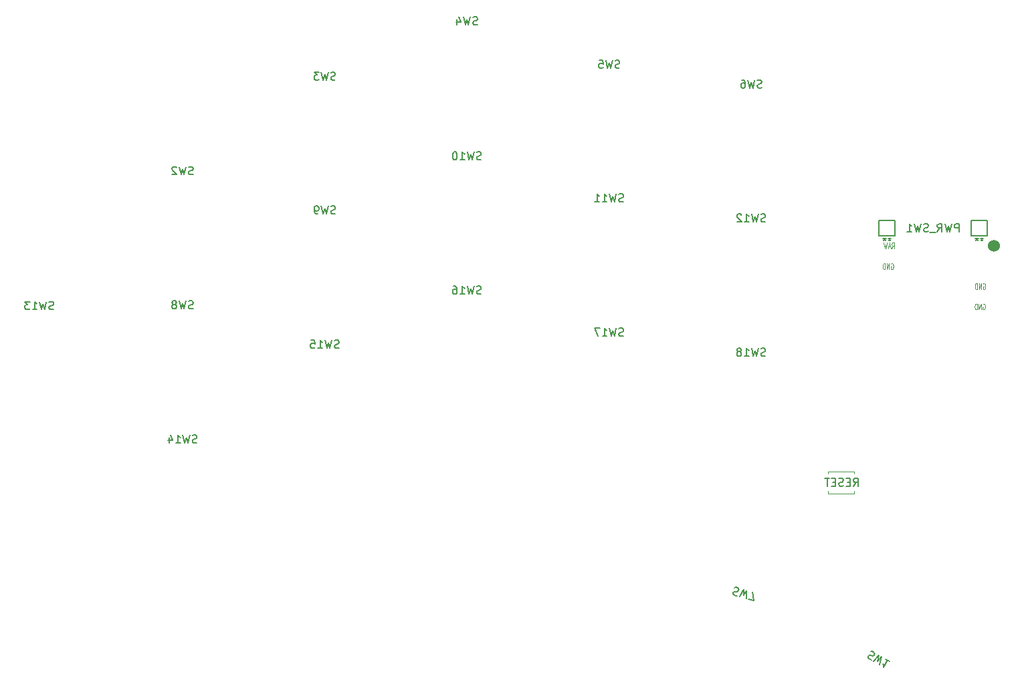
<source format=gbr>
%TF.GenerationSoftware,KiCad,Pcbnew,(6.0.2-0)*%
%TF.CreationDate,2022-03-04T16:27:52-06:00*%
%TF.ProjectId,Exkeylibur,45786b65-796c-4696-9275-722e6b696361,rev?*%
%TF.SameCoordinates,Original*%
%TF.FileFunction,Legend,Bot*%
%TF.FilePolarity,Positive*%
%FSLAX46Y46*%
G04 Gerber Fmt 4.6, Leading zero omitted, Abs format (unit mm)*
G04 Created by KiCad (PCBNEW (6.0.2-0)) date 2022-03-04 16:27:52*
%MOMM*%
%LPD*%
G01*
G04 APERTURE LIST*
%ADD10C,0.150000*%
%ADD11C,0.125000*%
%ADD12C,0.120000*%
%ADD13C,1.524000*%
G04 APERTURE END LIST*
D10*
%TO.C,SW7*%
X112933939Y-95994710D02*
X113084254Y-95985688D01*
X113314236Y-96047312D01*
X113393904Y-96117958D01*
X113427576Y-96176279D01*
X113448923Y-96280596D01*
X113424274Y-96372589D01*
X113353628Y-96452258D01*
X113295306Y-96485929D01*
X113190989Y-96507276D01*
X112994678Y-96503974D01*
X112890361Y-96525321D01*
X112832039Y-96558993D01*
X112761393Y-96638661D01*
X112736744Y-96730654D01*
X112758091Y-96834972D01*
X112791763Y-96893293D01*
X112871431Y-96963939D01*
X113101413Y-97025562D01*
X113251727Y-97016540D01*
X113561378Y-97148809D02*
X114050179Y-96244507D01*
X114049295Y-96983753D01*
X114418151Y-96343105D01*
X114389314Y-97370654D01*
X114665293Y-97444603D02*
X115309244Y-97617149D01*
X115154095Y-96540300D01*
D11*
%TO.C,U1*%
X132822773Y-53018497D02*
X132989439Y-52661354D01*
X133108487Y-53018497D02*
X133108487Y-52268497D01*
X132918011Y-52268497D01*
X132870392Y-52304212D01*
X132846582Y-52339926D01*
X132822773Y-52411354D01*
X132822773Y-52518497D01*
X132846582Y-52589926D01*
X132870392Y-52625640D01*
X132918011Y-52661354D01*
X133108487Y-52661354D01*
X132632296Y-52804212D02*
X132394201Y-52804212D01*
X132679915Y-53018497D02*
X132513249Y-52268497D01*
X132346582Y-53018497D01*
X132227535Y-52268497D02*
X132108487Y-53018497D01*
X132013249Y-52482783D01*
X131918011Y-53018497D01*
X131798963Y-52268497D01*
X132728487Y-54944212D02*
X132776106Y-54908497D01*
X132847535Y-54908497D01*
X132918963Y-54944212D01*
X132966582Y-55015640D01*
X132990392Y-55087069D01*
X133014201Y-55229926D01*
X133014201Y-55337069D01*
X132990392Y-55479926D01*
X132966582Y-55551354D01*
X132918963Y-55622783D01*
X132847535Y-55658497D01*
X132799915Y-55658497D01*
X132728487Y-55622783D01*
X132704677Y-55587069D01*
X132704677Y-55337069D01*
X132799915Y-55337069D01*
X132490392Y-55658497D02*
X132490392Y-54908497D01*
X132204677Y-55658497D01*
X132204677Y-54908497D01*
X131966582Y-55658497D02*
X131966582Y-54908497D01*
X131847535Y-54908497D01*
X131776106Y-54944212D01*
X131728487Y-55015640D01*
X131704677Y-55087069D01*
X131680868Y-55229926D01*
X131680868Y-55337069D01*
X131704677Y-55479926D01*
X131728487Y-55551354D01*
X131776106Y-55622783D01*
X131847535Y-55658497D01*
X131966582Y-55658497D01*
D10*
D11*
X144378487Y-57474212D02*
X144426106Y-57438497D01*
X144497535Y-57438497D01*
X144568963Y-57474212D01*
X144616582Y-57545640D01*
X144640392Y-57617069D01*
X144664201Y-57759926D01*
X144664201Y-57867069D01*
X144640392Y-58009926D01*
X144616582Y-58081354D01*
X144568963Y-58152783D01*
X144497535Y-58188497D01*
X144449915Y-58188497D01*
X144378487Y-58152783D01*
X144354677Y-58117069D01*
X144354677Y-57867069D01*
X144449915Y-57867069D01*
X144140392Y-58188497D02*
X144140392Y-57438497D01*
X143854677Y-58188497D01*
X143854677Y-57438497D01*
X143616582Y-58188497D02*
X143616582Y-57438497D01*
X143497535Y-57438497D01*
X143426106Y-57474212D01*
X143378487Y-57545640D01*
X143354677Y-57617069D01*
X143330868Y-57759926D01*
X143330868Y-57867069D01*
X143354677Y-58009926D01*
X143378487Y-58081354D01*
X143426106Y-58152783D01*
X143497535Y-58188497D01*
X143616582Y-58188497D01*
X144358487Y-60054212D02*
X144406106Y-60018497D01*
X144477535Y-60018497D01*
X144548963Y-60054212D01*
X144596582Y-60125640D01*
X144620392Y-60197069D01*
X144644201Y-60339926D01*
X144644201Y-60447069D01*
X144620392Y-60589926D01*
X144596582Y-60661354D01*
X144548963Y-60732783D01*
X144477535Y-60768497D01*
X144429915Y-60768497D01*
X144358487Y-60732783D01*
X144334677Y-60697069D01*
X144334677Y-60447069D01*
X144429915Y-60447069D01*
X144120392Y-60768497D02*
X144120392Y-60018497D01*
X143834677Y-60768497D01*
X143834677Y-60018497D01*
X143596582Y-60768497D02*
X143596582Y-60018497D01*
X143477535Y-60018497D01*
X143406106Y-60054212D01*
X143358487Y-60125640D01*
X143334677Y-60197069D01*
X143310868Y-60339926D01*
X143310868Y-60447069D01*
X143334677Y-60589926D01*
X143358487Y-60661354D01*
X143406106Y-60732783D01*
X143477535Y-60768497D01*
X143596582Y-60768497D01*
D10*
%TO.C,SW16*%
X80845058Y-58755973D02*
X80702201Y-58803592D01*
X80464106Y-58803592D01*
X80368868Y-58755973D01*
X80321249Y-58708354D01*
X80273630Y-58613116D01*
X80273630Y-58517878D01*
X80321249Y-58422640D01*
X80368868Y-58375021D01*
X80464106Y-58327402D01*
X80654582Y-58279783D01*
X80749820Y-58232164D01*
X80797439Y-58184545D01*
X80845058Y-58089307D01*
X80845058Y-57994069D01*
X80797439Y-57898831D01*
X80749820Y-57851212D01*
X80654582Y-57803592D01*
X80416487Y-57803592D01*
X80273630Y-57851212D01*
X79940296Y-57803592D02*
X79702201Y-58803592D01*
X79511725Y-58089307D01*
X79321249Y-58803592D01*
X79083154Y-57803592D01*
X78178392Y-58803592D02*
X78749820Y-58803592D01*
X78464106Y-58803592D02*
X78464106Y-57803592D01*
X78559344Y-57946450D01*
X78654582Y-58041688D01*
X78749820Y-58089307D01*
X77321249Y-57803592D02*
X77511725Y-57803592D01*
X77606963Y-57851212D01*
X77654582Y-57898831D01*
X77749820Y-58041688D01*
X77797439Y-58232164D01*
X77797439Y-58613116D01*
X77749820Y-58708354D01*
X77702201Y-58755973D01*
X77606963Y-58803592D01*
X77416487Y-58803592D01*
X77321249Y-58755973D01*
X77273630Y-58708354D01*
X77226011Y-58613116D01*
X77226011Y-58375021D01*
X77273630Y-58279783D01*
X77321249Y-58232164D01*
X77416487Y-58184545D01*
X77606963Y-58184545D01*
X77702201Y-58232164D01*
X77749820Y-58279783D01*
X77797439Y-58375021D01*
%TO.C,SW1*%
X130200386Y-104072171D02*
X130347913Y-104102360D01*
X130554110Y-104221408D01*
X130612779Y-104310266D01*
X130630209Y-104375315D01*
X130623829Y-104481603D01*
X130576210Y-104564082D01*
X130487352Y-104622751D01*
X130422303Y-104640180D01*
X130316015Y-104633801D01*
X130127248Y-104579802D01*
X130020960Y-104573422D01*
X129955911Y-104590852D01*
X129867053Y-104649521D01*
X129819434Y-104732000D01*
X129813054Y-104838288D01*
X129830484Y-104903337D01*
X129889153Y-104992195D01*
X130095349Y-105111243D01*
X130242877Y-105141432D01*
X130507742Y-105349338D02*
X131213939Y-104602360D01*
X131021753Y-105316188D01*
X131543853Y-104792836D01*
X131250050Y-105777909D01*
X132533597Y-105364265D02*
X132038725Y-105078550D01*
X132286161Y-105221408D02*
X131786161Y-106087433D01*
X131775111Y-105916096D01*
X131740251Y-105785998D01*
X131681582Y-105697140D01*
%TO.C,SW15*%
X62845058Y-65613973D02*
X62702201Y-65661592D01*
X62464106Y-65661592D01*
X62368868Y-65613973D01*
X62321249Y-65566354D01*
X62273630Y-65471116D01*
X62273630Y-65375878D01*
X62321249Y-65280640D01*
X62368868Y-65233021D01*
X62464106Y-65185402D01*
X62654582Y-65137783D01*
X62749820Y-65090164D01*
X62797439Y-65042545D01*
X62845058Y-64947307D01*
X62845058Y-64852069D01*
X62797439Y-64756831D01*
X62749820Y-64709212D01*
X62654582Y-64661592D01*
X62416487Y-64661592D01*
X62273630Y-64709212D01*
X61940296Y-64661592D02*
X61702201Y-65661592D01*
X61511725Y-64947307D01*
X61321249Y-65661592D01*
X61083154Y-64661592D01*
X60178392Y-65661592D02*
X60749820Y-65661592D01*
X60464106Y-65661592D02*
X60464106Y-64661592D01*
X60559344Y-64804450D01*
X60654582Y-64899688D01*
X60749820Y-64947307D01*
X59273630Y-64661592D02*
X59749820Y-64661592D01*
X59797439Y-65137783D01*
X59749820Y-65090164D01*
X59654582Y-65042545D01*
X59416487Y-65042545D01*
X59321249Y-65090164D01*
X59273630Y-65137783D01*
X59226011Y-65233021D01*
X59226011Y-65471116D01*
X59273630Y-65566354D01*
X59321249Y-65613973D01*
X59416487Y-65661592D01*
X59654582Y-65661592D01*
X59749820Y-65613973D01*
X59797439Y-65566354D01*
%TO.C,SW13*%
X26709948Y-60721186D02*
X26567091Y-60768805D01*
X26328996Y-60768805D01*
X26233758Y-60721186D01*
X26186139Y-60673567D01*
X26138520Y-60578329D01*
X26138520Y-60483091D01*
X26186139Y-60387853D01*
X26233758Y-60340234D01*
X26328996Y-60292615D01*
X26519472Y-60244996D01*
X26614710Y-60197377D01*
X26662329Y-60149758D01*
X26709948Y-60054520D01*
X26709948Y-59959282D01*
X26662329Y-59864044D01*
X26614710Y-59816425D01*
X26519472Y-59768805D01*
X26281377Y-59768805D01*
X26138520Y-59816425D01*
X25805186Y-59768805D02*
X25567091Y-60768805D01*
X25376615Y-60054520D01*
X25186139Y-60768805D01*
X24948044Y-59768805D01*
X24043282Y-60768805D02*
X24614710Y-60768805D01*
X24328996Y-60768805D02*
X24328996Y-59768805D01*
X24424234Y-59911663D01*
X24519472Y-60006901D01*
X24614710Y-60054520D01*
X23709948Y-59768805D02*
X23090901Y-59768805D01*
X23424234Y-60149758D01*
X23281377Y-60149758D01*
X23186139Y-60197377D01*
X23138520Y-60244996D01*
X23090901Y-60340234D01*
X23090901Y-60578329D01*
X23138520Y-60673567D01*
X23186139Y-60721186D01*
X23281377Y-60768805D01*
X23567091Y-60768805D01*
X23662329Y-60721186D01*
X23709948Y-60673567D01*
%TO.C,SW17*%
X98845058Y-64089973D02*
X98702201Y-64137592D01*
X98464106Y-64137592D01*
X98368868Y-64089973D01*
X98321249Y-64042354D01*
X98273630Y-63947116D01*
X98273630Y-63851878D01*
X98321249Y-63756640D01*
X98368868Y-63709021D01*
X98464106Y-63661402D01*
X98654582Y-63613783D01*
X98749820Y-63566164D01*
X98797439Y-63518545D01*
X98845058Y-63423307D01*
X98845058Y-63328069D01*
X98797439Y-63232831D01*
X98749820Y-63185212D01*
X98654582Y-63137592D01*
X98416487Y-63137592D01*
X98273630Y-63185212D01*
X97940296Y-63137592D02*
X97702201Y-64137592D01*
X97511725Y-63423307D01*
X97321249Y-64137592D01*
X97083154Y-63137592D01*
X96178392Y-64137592D02*
X96749820Y-64137592D01*
X96464106Y-64137592D02*
X96464106Y-63137592D01*
X96559344Y-63280450D01*
X96654582Y-63375688D01*
X96749820Y-63423307D01*
X95845058Y-63137592D02*
X95178392Y-63137592D01*
X95606963Y-64137592D01*
%TO.C,SW18*%
X116825058Y-66629973D02*
X116682201Y-66677592D01*
X116444106Y-66677592D01*
X116348868Y-66629973D01*
X116301249Y-66582354D01*
X116253630Y-66487116D01*
X116253630Y-66391878D01*
X116301249Y-66296640D01*
X116348868Y-66249021D01*
X116444106Y-66201402D01*
X116634582Y-66153783D01*
X116729820Y-66106164D01*
X116777439Y-66058545D01*
X116825058Y-65963307D01*
X116825058Y-65868069D01*
X116777439Y-65772831D01*
X116729820Y-65725212D01*
X116634582Y-65677592D01*
X116396487Y-65677592D01*
X116253630Y-65725212D01*
X115920296Y-65677592D02*
X115682201Y-66677592D01*
X115491725Y-65963307D01*
X115301249Y-66677592D01*
X115063154Y-65677592D01*
X114158392Y-66677592D02*
X114729820Y-66677592D01*
X114444106Y-66677592D02*
X114444106Y-65677592D01*
X114539344Y-65820450D01*
X114634582Y-65915688D01*
X114729820Y-65963307D01*
X113586963Y-66106164D02*
X113682201Y-66058545D01*
X113729820Y-66010926D01*
X113777439Y-65915688D01*
X113777439Y-65868069D01*
X113729820Y-65772831D01*
X113682201Y-65725212D01*
X113586963Y-65677592D01*
X113396487Y-65677592D01*
X113301249Y-65725212D01*
X113253630Y-65772831D01*
X113206011Y-65868069D01*
X113206011Y-65915688D01*
X113253630Y-66010926D01*
X113301249Y-66058545D01*
X113396487Y-66106164D01*
X113586963Y-66106164D01*
X113682201Y-66153783D01*
X113729820Y-66201402D01*
X113777439Y-66296640D01*
X113777439Y-66487116D01*
X113729820Y-66582354D01*
X113682201Y-66629973D01*
X113586963Y-66677592D01*
X113396487Y-66677592D01*
X113301249Y-66629973D01*
X113253630Y-66582354D01*
X113206011Y-66487116D01*
X113206011Y-66296640D01*
X113253630Y-66201402D01*
X113301249Y-66153783D01*
X113396487Y-66106164D01*
%TO.C,SW4*%
X80368868Y-24621973D02*
X80226011Y-24669592D01*
X79987915Y-24669592D01*
X79892677Y-24621973D01*
X79845058Y-24574354D01*
X79797439Y-24479116D01*
X79797439Y-24383878D01*
X79845058Y-24288640D01*
X79892677Y-24241021D01*
X79987915Y-24193402D01*
X80178392Y-24145783D01*
X80273630Y-24098164D01*
X80321249Y-24050545D01*
X80368868Y-23955307D01*
X80368868Y-23860069D01*
X80321249Y-23764831D01*
X80273630Y-23717212D01*
X80178392Y-23669592D01*
X79940296Y-23669592D01*
X79797439Y-23717212D01*
X79464106Y-23669592D02*
X79226011Y-24669592D01*
X79035535Y-23955307D01*
X78845058Y-24669592D01*
X78606963Y-23669592D01*
X77797439Y-24002926D02*
X77797439Y-24669592D01*
X78035535Y-23621973D02*
X78273630Y-24336259D01*
X77654582Y-24336259D01*
%TO.C,SW3*%
X62368868Y-31621973D02*
X62226011Y-31669592D01*
X61987915Y-31669592D01*
X61892677Y-31621973D01*
X61845058Y-31574354D01*
X61797439Y-31479116D01*
X61797439Y-31383878D01*
X61845058Y-31288640D01*
X61892677Y-31241021D01*
X61987915Y-31193402D01*
X62178392Y-31145783D01*
X62273630Y-31098164D01*
X62321249Y-31050545D01*
X62368868Y-30955307D01*
X62368868Y-30860069D01*
X62321249Y-30764831D01*
X62273630Y-30717212D01*
X62178392Y-30669592D01*
X61940296Y-30669592D01*
X61797439Y-30717212D01*
X61464106Y-30669592D02*
X61226011Y-31669592D01*
X61035535Y-30955307D01*
X60845058Y-31669592D01*
X60606963Y-30669592D01*
X60321249Y-30669592D02*
X59702201Y-30669592D01*
X60035535Y-31050545D01*
X59892677Y-31050545D01*
X59797439Y-31098164D01*
X59749820Y-31145783D01*
X59702201Y-31241021D01*
X59702201Y-31479116D01*
X59749820Y-31574354D01*
X59797439Y-31621973D01*
X59892677Y-31669592D01*
X60178392Y-31669592D01*
X60273630Y-31621973D01*
X60321249Y-31574354D01*
%TO.C,SW9*%
X62368868Y-48595973D02*
X62226011Y-48643592D01*
X61987915Y-48643592D01*
X61892677Y-48595973D01*
X61845058Y-48548354D01*
X61797439Y-48453116D01*
X61797439Y-48357878D01*
X61845058Y-48262640D01*
X61892677Y-48215021D01*
X61987915Y-48167402D01*
X62178392Y-48119783D01*
X62273630Y-48072164D01*
X62321249Y-48024545D01*
X62368868Y-47929307D01*
X62368868Y-47834069D01*
X62321249Y-47738831D01*
X62273630Y-47691212D01*
X62178392Y-47643592D01*
X61940296Y-47643592D01*
X61797439Y-47691212D01*
X61464106Y-47643592D02*
X61226011Y-48643592D01*
X61035535Y-47929307D01*
X60845058Y-48643592D01*
X60606963Y-47643592D01*
X60178392Y-48643592D02*
X59987915Y-48643592D01*
X59892677Y-48595973D01*
X59845058Y-48548354D01*
X59749820Y-48405497D01*
X59702201Y-48215021D01*
X59702201Y-47834069D01*
X59749820Y-47738831D01*
X59797439Y-47691212D01*
X59892677Y-47643592D01*
X60083154Y-47643592D01*
X60178392Y-47691212D01*
X60226011Y-47738831D01*
X60273630Y-47834069D01*
X60273630Y-48072164D01*
X60226011Y-48167402D01*
X60178392Y-48215021D01*
X60083154Y-48262640D01*
X59892677Y-48262640D01*
X59797439Y-48215021D01*
X59749820Y-48167402D01*
X59702201Y-48072164D01*
%TO.C,SW14*%
X44845058Y-77621973D02*
X44702201Y-77669592D01*
X44464106Y-77669592D01*
X44368868Y-77621973D01*
X44321249Y-77574354D01*
X44273630Y-77479116D01*
X44273630Y-77383878D01*
X44321249Y-77288640D01*
X44368868Y-77241021D01*
X44464106Y-77193402D01*
X44654582Y-77145783D01*
X44749820Y-77098164D01*
X44797439Y-77050545D01*
X44845058Y-76955307D01*
X44845058Y-76860069D01*
X44797439Y-76764831D01*
X44749820Y-76717212D01*
X44654582Y-76669592D01*
X44416487Y-76669592D01*
X44273630Y-76717212D01*
X43940296Y-76669592D02*
X43702201Y-77669592D01*
X43511725Y-76955307D01*
X43321249Y-77669592D01*
X43083154Y-76669592D01*
X42178392Y-77669592D02*
X42749820Y-77669592D01*
X42464106Y-77669592D02*
X42464106Y-76669592D01*
X42559344Y-76812450D01*
X42654582Y-76907688D01*
X42749820Y-76955307D01*
X41321249Y-77002926D02*
X41321249Y-77669592D01*
X41559344Y-76621973D02*
X41797439Y-77336259D01*
X41178392Y-77336259D01*
%TO.C,SW12*%
X116825058Y-49611973D02*
X116682201Y-49659592D01*
X116444106Y-49659592D01*
X116348868Y-49611973D01*
X116301249Y-49564354D01*
X116253630Y-49469116D01*
X116253630Y-49373878D01*
X116301249Y-49278640D01*
X116348868Y-49231021D01*
X116444106Y-49183402D01*
X116634582Y-49135783D01*
X116729820Y-49088164D01*
X116777439Y-49040545D01*
X116825058Y-48945307D01*
X116825058Y-48850069D01*
X116777439Y-48754831D01*
X116729820Y-48707212D01*
X116634582Y-48659592D01*
X116396487Y-48659592D01*
X116253630Y-48707212D01*
X115920296Y-48659592D02*
X115682201Y-49659592D01*
X115491725Y-48945307D01*
X115301249Y-49659592D01*
X115063154Y-48659592D01*
X114158392Y-49659592D02*
X114729820Y-49659592D01*
X114444106Y-49659592D02*
X114444106Y-48659592D01*
X114539344Y-48802450D01*
X114634582Y-48897688D01*
X114729820Y-48945307D01*
X113777439Y-48754831D02*
X113729820Y-48707212D01*
X113634582Y-48659592D01*
X113396487Y-48659592D01*
X113301249Y-48707212D01*
X113253630Y-48754831D01*
X113206011Y-48850069D01*
X113206011Y-48945307D01*
X113253630Y-49088164D01*
X113825058Y-49659592D01*
X113206011Y-49659592D01*
%TO.C,SW11*%
X98845058Y-47071973D02*
X98702201Y-47119592D01*
X98464106Y-47119592D01*
X98368868Y-47071973D01*
X98321249Y-47024354D01*
X98273630Y-46929116D01*
X98273630Y-46833878D01*
X98321249Y-46738640D01*
X98368868Y-46691021D01*
X98464106Y-46643402D01*
X98654582Y-46595783D01*
X98749820Y-46548164D01*
X98797439Y-46500545D01*
X98845058Y-46405307D01*
X98845058Y-46310069D01*
X98797439Y-46214831D01*
X98749820Y-46167212D01*
X98654582Y-46119592D01*
X98416487Y-46119592D01*
X98273630Y-46167212D01*
X97940296Y-46119592D02*
X97702201Y-47119592D01*
X97511725Y-46405307D01*
X97321249Y-47119592D01*
X97083154Y-46119592D01*
X96178392Y-47119592D02*
X96749820Y-47119592D01*
X96464106Y-47119592D02*
X96464106Y-46119592D01*
X96559344Y-46262450D01*
X96654582Y-46357688D01*
X96749820Y-46405307D01*
X95226011Y-47119592D02*
X95797439Y-47119592D01*
X95511725Y-47119592D02*
X95511725Y-46119592D01*
X95606963Y-46262450D01*
X95702201Y-46357688D01*
X95797439Y-46405307D01*
%TO.C,SW8*%
X44368868Y-60621973D02*
X44226011Y-60669592D01*
X43987915Y-60669592D01*
X43892677Y-60621973D01*
X43845058Y-60574354D01*
X43797439Y-60479116D01*
X43797439Y-60383878D01*
X43845058Y-60288640D01*
X43892677Y-60241021D01*
X43987915Y-60193402D01*
X44178392Y-60145783D01*
X44273630Y-60098164D01*
X44321249Y-60050545D01*
X44368868Y-59955307D01*
X44368868Y-59860069D01*
X44321249Y-59764831D01*
X44273630Y-59717212D01*
X44178392Y-59669592D01*
X43940296Y-59669592D01*
X43797439Y-59717212D01*
X43464106Y-59669592D02*
X43226011Y-60669592D01*
X43035535Y-59955307D01*
X42845058Y-60669592D01*
X42606963Y-59669592D01*
X42083154Y-60098164D02*
X42178392Y-60050545D01*
X42226011Y-60002926D01*
X42273630Y-59907688D01*
X42273630Y-59860069D01*
X42226011Y-59764831D01*
X42178392Y-59717212D01*
X42083154Y-59669592D01*
X41892677Y-59669592D01*
X41797439Y-59717212D01*
X41749820Y-59764831D01*
X41702201Y-59860069D01*
X41702201Y-59907688D01*
X41749820Y-60002926D01*
X41797439Y-60050545D01*
X41892677Y-60098164D01*
X42083154Y-60098164D01*
X42178392Y-60145783D01*
X42226011Y-60193402D01*
X42273630Y-60288640D01*
X42273630Y-60479116D01*
X42226011Y-60574354D01*
X42178392Y-60621973D01*
X42083154Y-60669592D01*
X41892677Y-60669592D01*
X41797439Y-60621973D01*
X41749820Y-60574354D01*
X41702201Y-60479116D01*
X41702201Y-60288640D01*
X41749820Y-60193402D01*
X41797439Y-60145783D01*
X41892677Y-60098164D01*
%TO.C,SW6*%
X116368868Y-32621973D02*
X116226011Y-32669592D01*
X115987915Y-32669592D01*
X115892677Y-32621973D01*
X115845058Y-32574354D01*
X115797439Y-32479116D01*
X115797439Y-32383878D01*
X115845058Y-32288640D01*
X115892677Y-32241021D01*
X115987915Y-32193402D01*
X116178392Y-32145783D01*
X116273630Y-32098164D01*
X116321249Y-32050545D01*
X116368868Y-31955307D01*
X116368868Y-31860069D01*
X116321249Y-31764831D01*
X116273630Y-31717212D01*
X116178392Y-31669592D01*
X115940296Y-31669592D01*
X115797439Y-31717212D01*
X115464106Y-31669592D02*
X115226011Y-32669592D01*
X115035535Y-31955307D01*
X114845058Y-32669592D01*
X114606963Y-31669592D01*
X113797439Y-31669592D02*
X113987915Y-31669592D01*
X114083154Y-31717212D01*
X114130773Y-31764831D01*
X114226011Y-31907688D01*
X114273630Y-32098164D01*
X114273630Y-32479116D01*
X114226011Y-32574354D01*
X114178392Y-32621973D01*
X114083154Y-32669592D01*
X113892677Y-32669592D01*
X113797439Y-32621973D01*
X113749820Y-32574354D01*
X113702201Y-32479116D01*
X113702201Y-32241021D01*
X113749820Y-32145783D01*
X113797439Y-32098164D01*
X113892677Y-32050545D01*
X114083154Y-32050545D01*
X114178392Y-32098164D01*
X114226011Y-32145783D01*
X114273630Y-32241021D01*
%TO.C,SW5*%
X98368868Y-30121973D02*
X98226011Y-30169592D01*
X97987915Y-30169592D01*
X97892677Y-30121973D01*
X97845058Y-30074354D01*
X97797439Y-29979116D01*
X97797439Y-29883878D01*
X97845058Y-29788640D01*
X97892677Y-29741021D01*
X97987915Y-29693402D01*
X98178392Y-29645783D01*
X98273630Y-29598164D01*
X98321249Y-29550545D01*
X98368868Y-29455307D01*
X98368868Y-29360069D01*
X98321249Y-29264831D01*
X98273630Y-29217212D01*
X98178392Y-29169592D01*
X97940296Y-29169592D01*
X97797439Y-29217212D01*
X97464106Y-29169592D02*
X97226011Y-30169592D01*
X97035535Y-29455307D01*
X96845058Y-30169592D01*
X96606963Y-29169592D01*
X95749820Y-29169592D02*
X96226011Y-29169592D01*
X96273630Y-29645783D01*
X96226011Y-29598164D01*
X96130773Y-29550545D01*
X95892677Y-29550545D01*
X95797439Y-29598164D01*
X95749820Y-29645783D01*
X95702201Y-29741021D01*
X95702201Y-29979116D01*
X95749820Y-30074354D01*
X95797439Y-30121973D01*
X95892677Y-30169592D01*
X96130773Y-30169592D01*
X96226011Y-30121973D01*
X96273630Y-30074354D01*
%TO.C,SW2*%
X44368868Y-43621973D02*
X44226011Y-43669592D01*
X43987915Y-43669592D01*
X43892677Y-43621973D01*
X43845058Y-43574354D01*
X43797439Y-43479116D01*
X43797439Y-43383878D01*
X43845058Y-43288640D01*
X43892677Y-43241021D01*
X43987915Y-43193402D01*
X44178392Y-43145783D01*
X44273630Y-43098164D01*
X44321249Y-43050545D01*
X44368868Y-42955307D01*
X44368868Y-42860069D01*
X44321249Y-42764831D01*
X44273630Y-42717212D01*
X44178392Y-42669592D01*
X43940296Y-42669592D01*
X43797439Y-42717212D01*
X43464106Y-42669592D02*
X43226011Y-43669592D01*
X43035535Y-42955307D01*
X42845058Y-43669592D01*
X42606963Y-42669592D01*
X42273630Y-42764831D02*
X42226011Y-42717212D01*
X42130773Y-42669592D01*
X41892677Y-42669592D01*
X41797439Y-42717212D01*
X41749820Y-42764831D01*
X41702201Y-42860069D01*
X41702201Y-42955307D01*
X41749820Y-43098164D01*
X42321249Y-43669592D01*
X41702201Y-43669592D01*
%TO.C,RSW1*%
X127958915Y-83145592D02*
X128292249Y-82669402D01*
X128530344Y-83145592D02*
X128530344Y-82145592D01*
X128149392Y-82145592D01*
X128054154Y-82193212D01*
X128006535Y-82240831D01*
X127958915Y-82336069D01*
X127958915Y-82478926D01*
X128006535Y-82574164D01*
X128054154Y-82621783D01*
X128149392Y-82669402D01*
X128530344Y-82669402D01*
X127530344Y-82621783D02*
X127197011Y-82621783D01*
X127054154Y-83145592D02*
X127530344Y-83145592D01*
X127530344Y-82145592D01*
X127054154Y-82145592D01*
X126673201Y-83097973D02*
X126530344Y-83145592D01*
X126292249Y-83145592D01*
X126197011Y-83097973D01*
X126149392Y-83050354D01*
X126101773Y-82955116D01*
X126101773Y-82859878D01*
X126149392Y-82764640D01*
X126197011Y-82717021D01*
X126292249Y-82669402D01*
X126482725Y-82621783D01*
X126577963Y-82574164D01*
X126625582Y-82526545D01*
X126673201Y-82431307D01*
X126673201Y-82336069D01*
X126625582Y-82240831D01*
X126577963Y-82193212D01*
X126482725Y-82145592D01*
X126244630Y-82145592D01*
X126101773Y-82193212D01*
X125673201Y-82621783D02*
X125339868Y-82621783D01*
X125197011Y-83145592D02*
X125673201Y-83145592D01*
X125673201Y-82145592D01*
X125197011Y-82145592D01*
X124911296Y-82145592D02*
X124339868Y-82145592D01*
X124625582Y-83145592D02*
X124625582Y-82145592D01*
%TO.C,SW10*%
X80845058Y-41737973D02*
X80702201Y-41785592D01*
X80464106Y-41785592D01*
X80368868Y-41737973D01*
X80321249Y-41690354D01*
X80273630Y-41595116D01*
X80273630Y-41499878D01*
X80321249Y-41404640D01*
X80368868Y-41357021D01*
X80464106Y-41309402D01*
X80654582Y-41261783D01*
X80749820Y-41214164D01*
X80797439Y-41166545D01*
X80845058Y-41071307D01*
X80845058Y-40976069D01*
X80797439Y-40880831D01*
X80749820Y-40833212D01*
X80654582Y-40785592D01*
X80416487Y-40785592D01*
X80273630Y-40833212D01*
X79940296Y-40785592D02*
X79702201Y-41785592D01*
X79511725Y-41071307D01*
X79321249Y-41785592D01*
X79083154Y-40785592D01*
X78178392Y-41785592D02*
X78749820Y-41785592D01*
X78464106Y-41785592D02*
X78464106Y-40785592D01*
X78559344Y-40928450D01*
X78654582Y-41023688D01*
X78749820Y-41071307D01*
X77559344Y-40785592D02*
X77464106Y-40785592D01*
X77368868Y-40833212D01*
X77321249Y-40880831D01*
X77273630Y-40976069D01*
X77226011Y-41166545D01*
X77226011Y-41404640D01*
X77273630Y-41595116D01*
X77321249Y-41690354D01*
X77368868Y-41737973D01*
X77464106Y-41785592D01*
X77559344Y-41785592D01*
X77654582Y-41737973D01*
X77702201Y-41690354D01*
X77749820Y-41595116D01*
X77797439Y-41404640D01*
X77797439Y-41166545D01*
X77749820Y-40976069D01*
X77702201Y-40880831D01*
X77654582Y-40833212D01*
X77559344Y-40785592D01*
%TO.C,BT_V1*%
X144215173Y-51641107D02*
X144215173Y-51834631D01*
X144408696Y-51757221D02*
X144215173Y-51834631D01*
X144021649Y-51757221D01*
X144331287Y-51989450D02*
X144215173Y-51834631D01*
X144099058Y-51989450D01*
X143595896Y-51641107D02*
X143595896Y-51834631D01*
X143789420Y-51757221D02*
X143595896Y-51834631D01*
X143402373Y-51757221D01*
X143712011Y-51989450D02*
X143595896Y-51834631D01*
X143479782Y-51989450D01*
%TO.C,BT_GND1*%
X132531173Y-51641107D02*
X132531173Y-51834631D01*
X132724696Y-51757221D02*
X132531173Y-51834631D01*
X132337649Y-51757221D01*
X132647287Y-51989450D02*
X132531173Y-51834631D01*
X132415058Y-51989450D01*
X131911896Y-51641107D02*
X131911896Y-51834631D01*
X132105420Y-51757221D02*
X131911896Y-51834631D01*
X131718373Y-51757221D01*
X132028011Y-51989450D02*
X131911896Y-51834631D01*
X131795782Y-51989450D01*
%TO.C,PWR_SW1*%
X141301630Y-50903592D02*
X141301630Y-49903592D01*
X140920677Y-49903592D01*
X140825439Y-49951212D01*
X140777820Y-49998831D01*
X140730201Y-50094069D01*
X140730201Y-50236926D01*
X140777820Y-50332164D01*
X140825439Y-50379783D01*
X140920677Y-50427402D01*
X141301630Y-50427402D01*
X140396868Y-49903592D02*
X140158773Y-50903592D01*
X139968296Y-50189307D01*
X139777820Y-50903592D01*
X139539725Y-49903592D01*
X138587344Y-50903592D02*
X138920677Y-50427402D01*
X139158773Y-50903592D02*
X139158773Y-49903592D01*
X138777820Y-49903592D01*
X138682582Y-49951212D01*
X138634963Y-49998831D01*
X138587344Y-50094069D01*
X138587344Y-50236926D01*
X138634963Y-50332164D01*
X138682582Y-50379783D01*
X138777820Y-50427402D01*
X139158773Y-50427402D01*
X138396868Y-50998831D02*
X137634963Y-50998831D01*
X137444487Y-50855973D02*
X137301630Y-50903592D01*
X137063535Y-50903592D01*
X136968296Y-50855973D01*
X136920677Y-50808354D01*
X136873058Y-50713116D01*
X136873058Y-50617878D01*
X136920677Y-50522640D01*
X136968296Y-50475021D01*
X137063535Y-50427402D01*
X137254011Y-50379783D01*
X137349249Y-50332164D01*
X137396868Y-50284545D01*
X137444487Y-50189307D01*
X137444487Y-50094069D01*
X137396868Y-49998831D01*
X137349249Y-49951212D01*
X137254011Y-49903592D01*
X137015915Y-49903592D01*
X136873058Y-49951212D01*
X136539725Y-49903592D02*
X136301630Y-50903592D01*
X136111154Y-50189307D01*
X135920677Y-50903592D01*
X135682582Y-49903592D01*
X134777820Y-50903592D02*
X135349249Y-50903592D01*
X135063535Y-50903592D02*
X135063535Y-49903592D01*
X135158773Y-50046450D01*
X135254011Y-50141688D01*
X135349249Y-50189307D01*
%TO.C,BT_V1*%
X144905535Y-51435212D02*
X142905535Y-51435212D01*
X144905535Y-49435212D02*
X144905535Y-51435212D01*
X142905535Y-49435212D02*
X144905535Y-49435212D01*
X142905535Y-51435212D02*
X142905535Y-49435212D01*
%TO.C,BT_GND1*%
X133221535Y-51435212D02*
X131221535Y-51435212D01*
X131221535Y-49435212D02*
X133221535Y-49435212D01*
X133221535Y-49435212D02*
X133221535Y-51435212D01*
X131221535Y-51435212D02*
X131221535Y-49435212D01*
D12*
%TO.C,RSW1*%
X124736802Y-81291637D02*
X128036802Y-81291637D01*
X128036802Y-84091637D02*
X128036802Y-83791637D01*
X128036802Y-81291637D02*
X128036802Y-81591637D01*
X124736802Y-83791637D02*
X124736802Y-84091637D01*
X124736802Y-81591637D02*
X124736802Y-81291637D01*
X124736802Y-84091637D02*
X128036802Y-84091637D01*
%TD*%
D13*
%TO.C,U1*%
X145728935Y-52721212D03*
%TD*%
M02*

</source>
